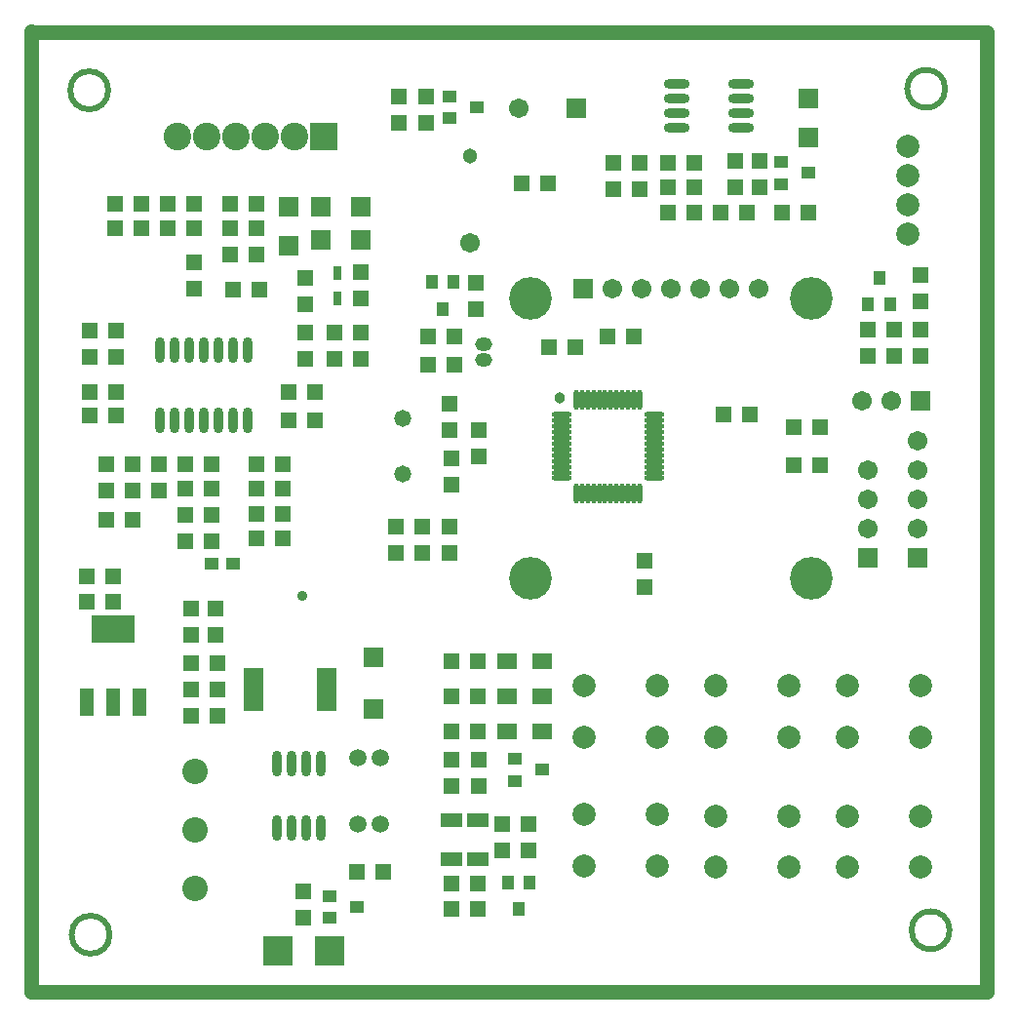
<source format=gts>
G04*
G04 #@! TF.GenerationSoftware,Altium Limited,Altium Designer,20.0.1 (14)*
G04*
G04 Layer_Color=8388736*
%FSLAX25Y25*%
%MOIN*%
G70*
G01*
G75*
%ADD19C,0.02000*%
%ADD20C,0.05000*%
%ADD44R,0.05800X0.05800*%
%ADD45R,0.05800X0.05800*%
%ADD46R,0.06800X0.05800*%
%ADD47R,0.04540X0.04343*%
%ADD48R,0.04540X0.04343*%
%ADD49R,0.07493X0.05131*%
%ADD50R,0.04343X0.04540*%
%ADD51R,0.04343X0.04540*%
%ADD52O,0.06902X0.01784*%
%ADD53O,0.01784X0.06902*%
%ADD54C,0.03800*%
%ADD55R,0.09855X0.09855*%
%ADD56O,0.03200X0.08800*%
%ADD57R,0.14580X0.09265*%
%ADD58R,0.05131X0.09265*%
%ADD59R,0.05131X0.09265*%
%ADD60R,0.04800X0.03950*%
%ADD61R,0.02729X0.04678*%
%ADD62R,0.06800X0.07099*%
%ADD63R,0.07099X0.06800*%
%ADD64R,0.06706X0.07099*%
%ADD65R,0.06800X0.14800*%
%ADD66O,0.08800X0.03200*%
%ADD67R,0.09461X0.09461*%
%ADD68C,0.09461*%
%ADD69C,0.07887*%
%ADD70C,0.06706*%
%ADD71R,0.06706X0.06706*%
%ADD72R,0.06706X0.06706*%
%ADD73O,0.05800X0.04800*%
%ADD74C,0.05918*%
%ADD75C,0.08674*%
%ADD76C,0.05131*%
%ADD77C,0.07887*%
%ADD78C,0.05800*%
%ADD79C,0.14580*%
%ADD80C,0.03600*%
D19*
X312311Y-19185D02*
G03*
X312311Y-19185I-6496J0D01*
G01*
X313811Y-306815D02*
G03*
X313811Y-306815I-6496J0D01*
G01*
X26681Y-308315D02*
G03*
X26681Y-308315I-6496J0D01*
G01*
X26181Y-19685D02*
G03*
X26181Y-19685I-6496J0D01*
G01*
D20*
X326500Y16D02*
X326500Y-328000D01*
X500Y16D02*
X326500D01*
X0Y-328000D02*
X326500D01*
X0D02*
Y516D01*
D44*
X152500Y-215000D02*
D03*
X143500D02*
D03*
X152500Y-227000D02*
D03*
X143500D02*
D03*
Y-239000D02*
D03*
X152500D02*
D03*
Y-291000D02*
D03*
X143500D02*
D03*
Y-299500D02*
D03*
X152500D02*
D03*
X286000Y-110500D02*
D03*
X295000D02*
D03*
X286000Y-101500D02*
D03*
X295000D02*
D03*
X269500Y-135000D02*
D03*
X260500D02*
D03*
X269500Y-148000D02*
D03*
X260500D02*
D03*
X186000Y-107500D02*
D03*
X177000D02*
D03*
X206000Y-104000D02*
D03*
X197000D02*
D03*
X265500Y-61500D02*
D03*
X256500D02*
D03*
X244500D02*
D03*
X235500D02*
D03*
X226500Y-53000D02*
D03*
X217500D02*
D03*
Y-61500D02*
D03*
X226500D02*
D03*
X167500Y-51500D02*
D03*
X176500D02*
D03*
X135500Y-104000D02*
D03*
X144500D02*
D03*
X135500Y-113500D02*
D03*
X144500D02*
D03*
X124500Y-169000D02*
D03*
X133500D02*
D03*
X124500Y-178000D02*
D03*
X133500D02*
D03*
X111376Y-287000D02*
D03*
X120376D02*
D03*
X63500Y-233500D02*
D03*
X54500D02*
D03*
Y-224500D02*
D03*
X63500D02*
D03*
X54500Y-215500D02*
D03*
X63500D02*
D03*
X28000Y-194500D02*
D03*
X19000D02*
D03*
X28000Y-186000D02*
D03*
X19000D02*
D03*
X77000Y-147500D02*
D03*
X86000D02*
D03*
X77000Y-156000D02*
D03*
X86000D02*
D03*
X77000Y-164500D02*
D03*
X86000D02*
D03*
X77000Y-173000D02*
D03*
X86000D02*
D03*
X52500Y-174000D02*
D03*
X61500D02*
D03*
Y-165000D02*
D03*
X52500D02*
D03*
Y-156000D02*
D03*
X61500D02*
D03*
X52500Y-147500D02*
D03*
X61500D02*
D03*
X34500Y-156500D02*
D03*
X43500D02*
D03*
X34500Y-147500D02*
D03*
X43500D02*
D03*
X25500Y-166500D02*
D03*
X34500D02*
D03*
X20000Y-131000D02*
D03*
X29000D02*
D03*
X20000Y-123000D02*
D03*
X29000D02*
D03*
X97000D02*
D03*
X88000D02*
D03*
X97000Y-132500D02*
D03*
X88000D02*
D03*
X112400Y-102500D02*
D03*
X103400D02*
D03*
X103500Y-111500D02*
D03*
X112500D02*
D03*
X68000Y-58500D02*
D03*
X77000D02*
D03*
X78000Y-88000D02*
D03*
X69000D02*
D03*
X28500Y-58500D02*
D03*
X37500D02*
D03*
X46500D02*
D03*
X55500D02*
D03*
Y-67000D02*
D03*
X46500D02*
D03*
X37500D02*
D03*
X28500D02*
D03*
X236500Y-130500D02*
D03*
X245500D02*
D03*
X226500Y-44500D02*
D03*
X217500D02*
D03*
D45*
X153000Y-248500D02*
D03*
Y-257500D02*
D03*
X143500Y-248500D02*
D03*
Y-257500D02*
D03*
X161000Y-279549D02*
D03*
Y-270549D02*
D03*
X170000D02*
D03*
Y-279549D02*
D03*
X304000Y-101500D02*
D03*
Y-110500D02*
D03*
Y-83000D02*
D03*
Y-92000D02*
D03*
X240500Y-53000D02*
D03*
Y-44000D02*
D03*
X249000Y-53000D02*
D03*
Y-44000D02*
D03*
X199000Y-44500D02*
D03*
Y-53500D02*
D03*
X208000D02*
D03*
Y-44500D02*
D03*
X135000Y-22000D02*
D03*
Y-31000D02*
D03*
X125500Y-22000D02*
D03*
Y-31000D02*
D03*
X152000Y-94500D02*
D03*
Y-85500D02*
D03*
X143000Y-127000D02*
D03*
Y-136000D02*
D03*
X153000D02*
D03*
Y-145000D02*
D03*
X143500Y-154500D02*
D03*
Y-145500D02*
D03*
X143000Y-178000D02*
D03*
Y-169000D02*
D03*
X63000Y-206000D02*
D03*
Y-197000D02*
D03*
X54500Y-206000D02*
D03*
Y-197000D02*
D03*
X25500Y-156500D02*
D03*
Y-147500D02*
D03*
X29000Y-111000D02*
D03*
Y-102000D02*
D03*
X20000Y-111000D02*
D03*
Y-102000D02*
D03*
X93500Y-93000D02*
D03*
Y-84000D02*
D03*
Y-102500D02*
D03*
Y-111500D02*
D03*
X112500Y-82000D02*
D03*
Y-91000D02*
D03*
X77000Y-76000D02*
D03*
Y-67000D02*
D03*
X68000Y-76000D02*
D03*
Y-67000D02*
D03*
X55500Y-78500D02*
D03*
Y-87500D02*
D03*
X93000Y-302500D02*
D03*
Y-293500D02*
D03*
X209500Y-180500D02*
D03*
Y-189500D02*
D03*
D46*
X174500Y-239000D02*
D03*
X162500D02*
D03*
X174500Y-227000D02*
D03*
X162500D02*
D03*
X174500Y-215000D02*
D03*
X162500D02*
D03*
D47*
X165374Y-248260D02*
D03*
X174626Y-252000D02*
D03*
X256248Y-44260D02*
D03*
X265500Y-48000D02*
D03*
X111252Y-298760D02*
D03*
X102000Y-295020D02*
D03*
X142874Y-21760D02*
D03*
X152126Y-25500D02*
D03*
D48*
X165374Y-255740D02*
D03*
X256248Y-51740D02*
D03*
X102000Y-302500D02*
D03*
X142874Y-29240D02*
D03*
D49*
X143500Y-269114D02*
D03*
Y-282500D02*
D03*
X152500Y-269114D02*
D03*
Y-282500D02*
D03*
D50*
X170240Y-290374D02*
D03*
X166500Y-299626D02*
D03*
X286000Y-93000D02*
D03*
X289740Y-83748D02*
D03*
X140500Y-94500D02*
D03*
X144240Y-85248D02*
D03*
D51*
X162760Y-290374D02*
D03*
X293480Y-93000D02*
D03*
X136760Y-85248D02*
D03*
D52*
X181154Y-130673D02*
D03*
Y-132642D02*
D03*
Y-134610D02*
D03*
Y-136579D02*
D03*
Y-138547D02*
D03*
Y-140516D02*
D03*
Y-142484D02*
D03*
Y-144453D02*
D03*
Y-146421D02*
D03*
Y-148390D02*
D03*
Y-150358D02*
D03*
Y-152327D02*
D03*
X212846D02*
D03*
Y-150358D02*
D03*
Y-148390D02*
D03*
Y-146421D02*
D03*
Y-144453D02*
D03*
Y-142484D02*
D03*
Y-140516D02*
D03*
Y-138547D02*
D03*
Y-136579D02*
D03*
Y-134610D02*
D03*
Y-132642D02*
D03*
Y-130673D02*
D03*
D53*
X186173Y-157346D02*
D03*
X188142D02*
D03*
X190110D02*
D03*
X192079D02*
D03*
X194047D02*
D03*
X196016D02*
D03*
X197984D02*
D03*
X199953D02*
D03*
X201921D02*
D03*
X203890D02*
D03*
X205858D02*
D03*
X207827D02*
D03*
Y-125654D02*
D03*
X205858D02*
D03*
X203890D02*
D03*
X201921D02*
D03*
X199953D02*
D03*
X197984D02*
D03*
X196016D02*
D03*
X194047D02*
D03*
X192079D02*
D03*
X190110D02*
D03*
X188142D02*
D03*
X186173D02*
D03*
D54*
X180500Y-125000D02*
D03*
D55*
X102000Y-314000D02*
D03*
X84284D02*
D03*
D56*
X99000Y-272000D02*
D03*
X94000D02*
D03*
X89000D02*
D03*
X84000D02*
D03*
Y-250000D02*
D03*
X89000D02*
D03*
X94000D02*
D03*
X99000D02*
D03*
X74000Y-108500D02*
D03*
X69000D02*
D03*
X64000D02*
D03*
X59000D02*
D03*
X53800D02*
D03*
X49000D02*
D03*
X44000D02*
D03*
Y-132500D02*
D03*
X49000D02*
D03*
X54000D02*
D03*
X59000D02*
D03*
X64000D02*
D03*
X69000D02*
D03*
X74000D02*
D03*
D57*
X28000Y-204000D02*
D03*
D58*
X37000Y-229000D02*
D03*
X19000D02*
D03*
D59*
X28000D02*
D03*
D60*
X61500Y-181500D02*
D03*
X68800D02*
D03*
D61*
X104500Y-91000D02*
D03*
Y-82201D02*
D03*
D62*
X99000Y-59400D02*
D03*
X112500D02*
D03*
X99000Y-71000D02*
D03*
X112500D02*
D03*
D63*
X88000Y-59400D02*
D03*
Y-72900D02*
D03*
X265500Y-22500D02*
D03*
Y-36000D02*
D03*
D64*
X117000Y-213500D02*
D03*
Y-231217D02*
D03*
D65*
X101000Y-224500D02*
D03*
X76000D02*
D03*
D66*
X242500Y-17500D02*
D03*
Y-22500D02*
D03*
Y-27500D02*
D03*
Y-32500D02*
D03*
X220500D02*
D03*
Y-27500D02*
D03*
Y-22500D02*
D03*
Y-17500D02*
D03*
D67*
X100000Y-35500D02*
D03*
D68*
X90000D02*
D03*
X80000D02*
D03*
X70000D02*
D03*
X60000D02*
D03*
X50000D02*
D03*
D69*
X189000Y-223250D02*
D03*
Y-240750D02*
D03*
X214000D02*
D03*
Y-223250D02*
D03*
X259000Y-240750D02*
D03*
Y-223250D02*
D03*
X234000D02*
D03*
Y-240750D02*
D03*
X304000D02*
D03*
Y-223250D02*
D03*
X279000D02*
D03*
Y-240750D02*
D03*
X304000Y-285250D02*
D03*
Y-267750D02*
D03*
X279000D02*
D03*
Y-285250D02*
D03*
X259000D02*
D03*
Y-267750D02*
D03*
X234000D02*
D03*
Y-285250D02*
D03*
X214000Y-284750D02*
D03*
Y-267250D02*
D03*
X189000D02*
D03*
Y-284750D02*
D03*
D70*
X303000Y-139500D02*
D03*
Y-149500D02*
D03*
Y-159500D02*
D03*
Y-169500D02*
D03*
X294000Y-126000D02*
D03*
X284000D02*
D03*
X149902Y-71770D02*
D03*
X286000Y-149500D02*
D03*
Y-159500D02*
D03*
Y-169500D02*
D03*
X166657Y-26000D02*
D03*
X248439Y-87439D02*
D03*
X238439D02*
D03*
X228439D02*
D03*
X218439D02*
D03*
X198439D02*
D03*
X208439D02*
D03*
D71*
X303000Y-179500D02*
D03*
X286000D02*
D03*
D72*
X304000Y-126000D02*
D03*
X186343Y-26000D02*
D03*
X188439Y-87439D02*
D03*
D73*
X154500Y-112000D02*
D03*
Y-106400D02*
D03*
D74*
X119374Y-248000D02*
D03*
X111500D02*
D03*
X119374Y-270500D02*
D03*
X111500D02*
D03*
D75*
X56000Y-252500D02*
D03*
Y-272500D02*
D03*
Y-292500D02*
D03*
D76*
X150000Y-42243D02*
D03*
D77*
X299500Y-69000D02*
D03*
Y-59000D02*
D03*
Y-49000D02*
D03*
Y-39000D02*
D03*
D78*
X127000Y-131787D02*
D03*
Y-151000D02*
D03*
D79*
X170439Y-186561D02*
D03*
X266561Y-186439D02*
D03*
X266439Y-90817D02*
D03*
X170439Y-90939D02*
D03*
D80*
X92500Y-192500D02*
D03*
M02*

</source>
